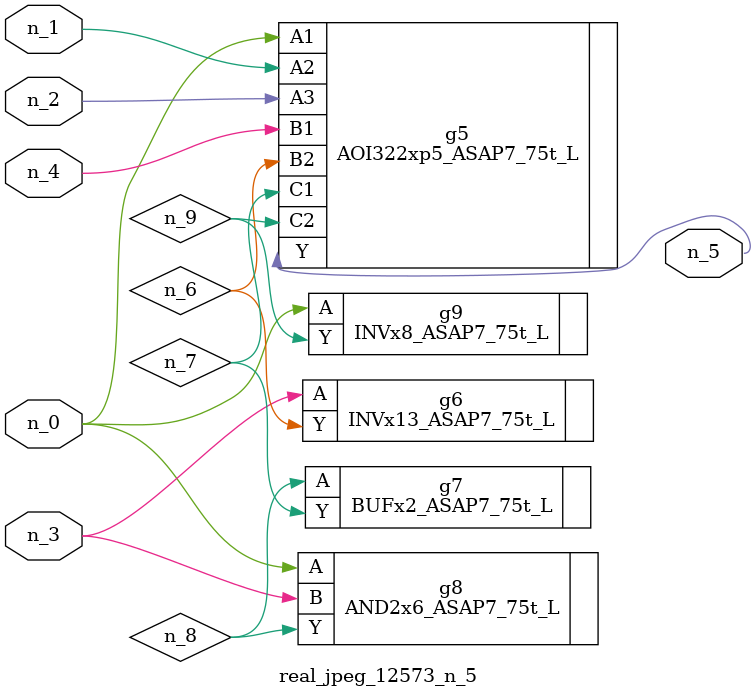
<source format=v>
module real_jpeg_12573_n_5 (n_4, n_0, n_1, n_2, n_3, n_5);

input n_4;
input n_0;
input n_1;
input n_2;
input n_3;

output n_5;

wire n_8;
wire n_6;
wire n_7;
wire n_9;

AOI322xp5_ASAP7_75t_L g5 ( 
.A1(n_0),
.A2(n_1),
.A3(n_2),
.B1(n_4),
.B2(n_6),
.C1(n_7),
.C2(n_9),
.Y(n_5)
);

AND2x6_ASAP7_75t_L g8 ( 
.A(n_0),
.B(n_3),
.Y(n_8)
);

INVx8_ASAP7_75t_L g9 ( 
.A(n_0),
.Y(n_9)
);

INVx13_ASAP7_75t_L g6 ( 
.A(n_3),
.Y(n_6)
);

BUFx2_ASAP7_75t_L g7 ( 
.A(n_8),
.Y(n_7)
);


endmodule
</source>
